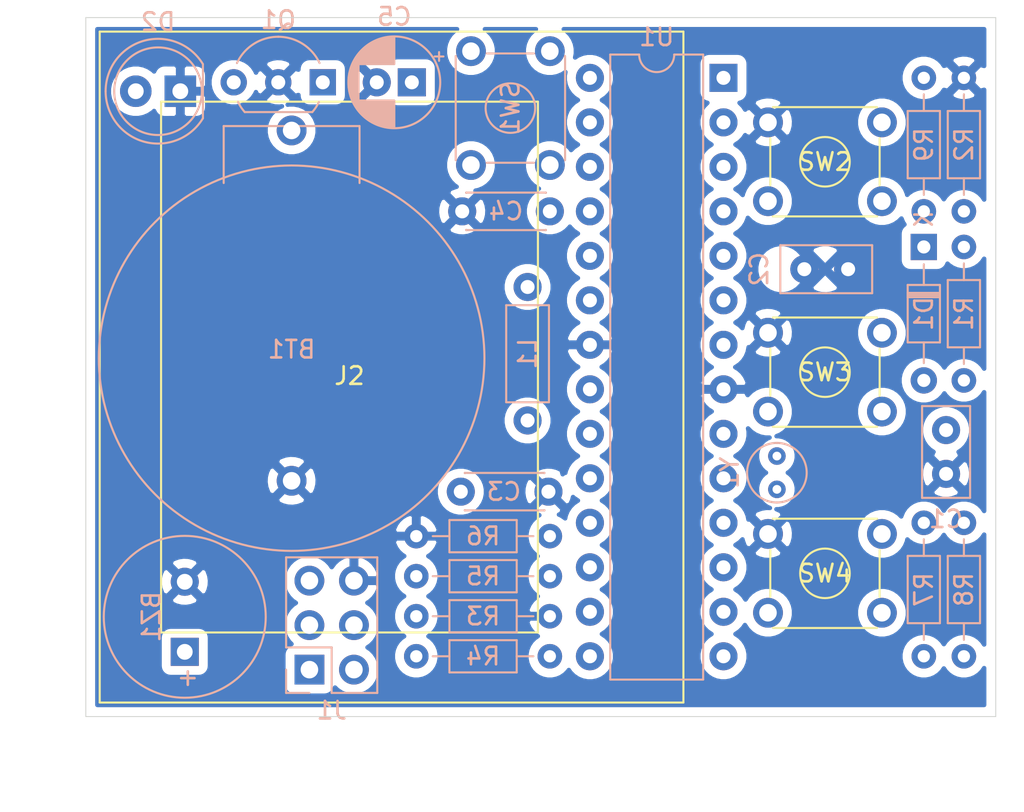
<source format=kicad_pcb>
(kicad_pcb (version 20211014) (generator pcbnew)
  (layers (0 "F.Cu" signal) (31 "B.Cu" signal) (34 "B.Paste" user) (35 "F.Paste" user) (36 "B.SilkS" user "B.Silkscreen") (37 "F.SilkS" user "F.Silkscreen") (38 "B.Mask" user) (39 "F.Mask" user) (44 "Edge.Cuts" user))
  (net 0 "")
  (net 1 "Net-(U1-Pad26)")
  (net 2 "Net-(U1-Pad21)")
  (net 3 "Net-(U1-Pad16)")
  (net 4 "Net-(U1-Pad14)")
  (net 5 "Net-(U1-Pad13)")
  (net 6 "Net-(U1-Pad2)")
  (net 7 "Net-(J1-Pad3)")
  (net 8 "Net-(J1-Pad2)")
  (net 9 "Net-(J1-Pad4)")
  (net 10 "Net-(D2-Pad2)")
  (net 11 "GND")
  (net 12 "RESET")
  (net 13 "MISO")
  (net 14 "VCC")
  (net 15 "Net-(C4-Pad1)")
  (net 16 "XTAL2")
  (net 17 "XTAL1")
  (net 18 "Net-(BZ1-Pad1)")
  (net 19 "SCK")
  (net 20 "MOSI")
  (net 21 "DISPLAY_RESET")
  (net 22 "DISPLAY_CLOCK")
  (net 23 "DISPLAY_MOSI")
  (net 24 "DISPLAY_DATA_COMMAND")
  (net 25 "SPEAKER")
  (net 26 "LINK_TRANSMITTER")
  (net 27 "LINK_RECEIVER_POWER")
  (net 28 "Net-(C5-Pad1)")
  (net 29 "A_BUTTON")
  (net 30 "B_BUTTON")
  (net 31 "C_BUTTON")
  (net 32 "FILTERED_VCC")
  (net 33 "LINK_RECEIVER_DATA")
  (net 34 "Net-(U1-Pad5)")
  (net 35 "Net-(U1-Pad4)")
  (net 36 "Net-(R2-Pad2)")
  (net 37 "Net-(U1-Pad23)")
  (footprint "Quantum_Monster:PCD8544" (layer "F.Cu") (at 105.664 95.25)
    (fp_text reference "J2" (at 0 0.5) (layer "F.SilkS"))
    (fp_text value "PCD8544")
    (fp_line (start -10.75 15.15) (end 10.75 15.15) (layer "F.SilkS") (width 0.12))
    (fp_line (start -14.25 19.15) (end 19.05 19.15) (layer "F.SilkS") (width 0.12))
    (fp_line (start -14.25 -19.15) (end -14.25 19.15) (layer "F.SilkS") (width 0.12))
    (fp_line (start -10.75 -15.15) (end 10.75 -15.15) (layer "F.SilkS") (width 0.12))
    (fp_line (start -10.75 -15.15) (end -10.75 15.15) (layer "F.SilkS") (width 0.12))
    (fp_line (start 19.05 -19.15) (end 19.05 19.15) (layer "F.SilkS") (width 0.12))
    (fp_line (start 19.05 -19.15) (end -14.25 -19.15) (layer "F.SilkS") (width 0.12))
    (fp_line (start 10.75 15.15) (end 10.75 -15.15) (layer "F.SilkS") (width 0.12))
    (pad "1" smd rect locked (at 17.525 -4 90) (size 0.635 2) (layers "F.Cu" "F.Mask") (net 21 "DISPLAY_RESET"))
    (pad "2" smd rect locked (at 17.525 -3 90) (size 0.635 2) (layers "F.Cu" "F.Mask") (net 15 "Net-(C4-Pad1)"))
    (pad "3" smd rect locked (at 17.525 -2 90) (size 0.635 2) (layers "F.Cu" "F.Mask") (net 11 "GND"))
    (pad "4" smd rect locked (at 17.525 -1 90) (size 0.635 2) (layers "F.Cu" "F.Mask") (net 14 "VCC"))
    (pad "5" smd rect locked (at 17.525 0 90) (size 0.635 2) (layers "F.Cu" "F.Mask") (net 11 "GND"))
    (pad "6" smd rect locked (at 17.525 1 90) (size 0.635 2) (layers "F.Cu" "F.Mask") (net 24 "DISPLAY_DATA_COMMAND"))
    (pad "7" smd rect locked (at 17.525 2 90) (size 0.635 2) (layers "F.Cu" "F.Mask") (net 23 "DISPLAY_MOSI"))
    (pad "8" smd rect locked (at 17.525 3 90) (size 0.635 2) (layers "F.Cu" "F.Mask") (net 22 "DISPLAY_CLOCK"))
    (pad "9" smd rect locked (at 17.525 4 90) (size 0.635 2) (layers "F.Cu" "F.Mask") (net 14 "VCC"))
  )
  (footprint "Button_Switch_THT:SW_TH_Tactile_Omron_B3F-10xx" (layer "F.Cu") (at 129.54 81.28)
    (fp_text reference "SW2" (at 3.25 2.25) (layer "F.SilkS"))
    (fp_text value "A")
    (fp_line (start 0.13 3.59) (end 0.13 0.91) (layer "F.SilkS") (width 0.12))
    (fp_line (start 0.28 5.37) (end 6.22 5.37) (layer "F.SilkS") (width 0.12))
    (fp_line (start 0.28 -0.87) (end 6.22 -0.87) (layer "F.SilkS") (width 0.12))
    (fp_line (start 6.37 0.91) (end 6.37 3.59) (layer "F.SilkS") (width 0.12))
    (fp_circle (center 3.25 2.25) (end 4.25 3.25) (layer "F.SilkS") (width 0.12) (fill none))
    (pad "1" thru_hole circle locked (at 0 0) (size 1.7 1.7) (drill 1) (layers *.Cu *.Mask) (net 11 "GND"))
    (pad "2" thru_hole circle locked (at 6.5 0) (size 1.7 1.7) (drill 1) (layers *.Cu *.Mask) (net 29 "A_BUTTON"))
    (pad "3" thru_hole circle locked (at 0 4.5) (size 1.7 1.7) (drill 1) (layers *.Cu *.Mask))
    (pad "4" thru_hole circle locked (at 6.5 4.5) (size 1.7 1.7) (drill 1) (layers *.Cu *.Mask))
  )
  (footprint "Button_Switch_THT:SW_TH_Tactile_Omron_B3F-10xx" (layer "F.Cu") (at 129.54 93.29)
    (fp_text reference "SW3" (at 3.25 2.25) (layer "F.SilkS"))
    (fp_text value "B")
    (fp_line (start 0.28 5.37) (end 6.22 5.37) (layer "F.SilkS") (width 0.12))
    (fp_line (start 0.28 -0.87) (end 6.22 -0.87) (layer "F.SilkS") (width 0.12))
    (fp_line (start 0.13 3.59) (end 0.13 0.91) (layer "F.SilkS") (width 0.12))
    (fp_line (start 6.37 0.91) (end 6.37 3.59) (layer "F.SilkS") (width 0.12))
    (fp_circle (center 3.25 2.25) (end 4.25 3.25) (layer "F.SilkS") (width 0.12) (fill none))
    (pad "1" thru_hole circle locked (at 0 0) (size 1.7 1.7) (drill 1) (layers *.Cu *.Mask) (net 11 "GND"))
    (pad "2" thru_hole circle locked (at 6.5 0) (size 1.7 1.7) (drill 1) (layers *.Cu *.Mask) (net 30 "B_BUTTON"))
    (pad "3" thru_hole circle locked (at 0 4.5) (size 1.7 1.7) (drill 1) (layers *.Cu *.Mask))
    (pad "4" thru_hole circle locked (at 6.5 4.5) (size 1.7 1.7) (drill 1) (layers *.Cu *.Mask))
  )
  (footprint "Button_Switch_THT:SW_TH_Tactile_Omron_B3F-10xx" (layer "F.Cu") (at 129.54 104.775)
    (fp_text reference "SW4" (at 3.25 2.25) (layer "F.SilkS"))
    (fp_text value "C")
    (fp_line (start 0.28 -0.87) (end 6.22 -0.87) (layer "F.SilkS") (width 0.12))
    (fp_line (start 0.13 3.59) (end 0.13 0.91) (layer "F.SilkS") (width 0.12))
    (fp_line (start 6.37 0.91) (end 6.37 3.59) (layer "F.SilkS") (width 0.12))
    (fp_line (start 0.28 5.37) (end 6.22 5.37) (layer "F.SilkS") (width 0.12))
    (fp_circle (center 3.25 2.25) (end 4.25 3.25) (layer "F.SilkS") (width 0.12) (fill none))
    (pad "1" thru_hole circle locked (at 0 0) (size 1.7 1.7) (drill 1) (layers *.Cu *.Mask) (net 11 "GND"))
    (pad "2" thru_hole circle locked (at 6.5 0) (size 1.7 1.7) (drill 1) (layers *.Cu *.Mask) (net 31 "C_BUTTON"))
    (pad "3" thru_hole circle locked (at 0 4.5) (size 1.7 1.7) (drill 1) (layers *.Cu *.Mask))
    (pad "4" thru_hole circle locked (at 6.5 4.5) (size 1.7 1.7) (drill 1) (layers *.Cu *.Mask))
  )
  (footprint "Quantum_Monster:CR2032" (layer "B.Cu") (at 102.362 94.742)
    (fp_text reference "BT1" (at 0 -0.5 180) (layer "B.SilkS") (effects (justify mirror)))
    (fp_text value "CR2032")
    (fp_line (start -3.875 -13.25) (end 3.875 -13.25) (layer "B.SilkS") (width 0.12))
    (fp_line (start 3.875 -13.25) (end 3.875 -10) (layer "B.SilkS") (width 0.12))
    (fp_line (start -3.875 -13.25) (end -3.875 -10) (layer "B.SilkS") (width 0.12))
    (fp_circle (center 0 0) (end 11 0) (layer "B.SilkS") (width 0.12) (fill none))
    (pad "1" thru_hole circle locked (at 0 -13) (size 1.7 1.7) (drill 1) (layers *.Cu *.Mask) (net 14 "VCC"))
    (pad "2" thru_hole circle locked (at 0 7) (size 1.7 1.7) (drill 1) (layers *.Cu *.Mask) (net 11 "GND"))
  )
  (footprint "Buzzer_Beeper:MagneticBuzzer_PUI_AT-0927-TT-6-R" (layer "B.Cu") (at 96.266 111.506 90)
    (fp_text reference "BZ1" (at 2 -1.905 270) (layer "B.SilkS") (effects (justify mirror)))
    (fp_text value "Buzzer")
    (fp_text user "+" (at -1.5 0.1 270) (layer "B.SilkS") (effects (justify mirror)))
    (fp_circle (center 2 0) (end 6.62 0) (layer "B.SilkS") (width 0.12) (fill none))
    (pad "1" thru_hole rect locked (at 0 0 90) (size 1.6 1.6) (drill 0.9) (layers *.Cu *.Mask) (net 18 "Net-(BZ1-Pad1)"))
    (pad "2" thru_hole circle locked (at 4 0 90) (size 1.6 1.6) (drill 0.9) (layers *.Cu *.Mask) (net 11 "GND"))
  )
  (footprint "Capacitor_THT:C_Disc_D4.3mm_W1.9mm_P5.00mm" (layer "B.Cu") (at 117.094 86.36 180)
    (fp_text reference "C4" (at 2.5 0) (layer "B.SilkS") (effects (justify mirror)))
    (fp_text value "10uF")
    (fp_line (start 4.77 1.07) (end 4.77 1.055) (layer "B.SilkS") (width 0.12))
    (fp_line (start 0.23 1.07) (end 0.23 1.055) (layer "B.SilkS") (width 0.12))
    (fp_line (start 0.23 -1.055) (end 0.23 -1.07) (layer "B.SilkS") (width 0.12))
    (fp_line (start 0.23 -1.07) (end 4.77 -1.07) (layer "B.SilkS") (width 0.12))
    (fp_line (start 4.77 -1.055) (end 4.77 -1.07) (layer "B.SilkS") (width 0.12))
    (fp_line (start 0.23 1.07) (end 4.77 1.07) (layer "B.SilkS") (width 0.12))
    (pad "1" thru_hole circle locked (at 0 0 180) (size 1.6 1.6) (drill 0.8) (layers *.Cu *.Mask) (net 15 "Net-(C4-Pad1)"))
    (pad "2" thru_hole circle locked (at 5 0 180) (size 1.6 1.6) (drill 0.8) (layers *.Cu *.Mask) (net 11 "GND"))
  )
  (footprint "Diode_THT:D_DO-34_SOD68_P7.62mm_Horizontal" (layer "B.Cu") (at 138.43 88.392 -90)
    (fp_text reference "D1" (at 3.81 0 90) (layer "B.SilkS") (effects (justify mirror)))
    (fp_text value "1N4148")
    (fp_text user "K" (at -1.5875 0 90) (layer "B.SilkS") (effects (justify mirror)))
    (fp_line (start 5.45 -0.92) (end 5.45 0.92) (layer "B.SilkS") (width 0.12))
    (fp_line (start 2.17 -0.92) (end 5.45 -0.92) (layer "B.SilkS") (width 0.12))
    (fp_line (start 0.99 0) (end 2.17 0) (layer "B.SilkS") (width 0.12))
    (fp_line (start 6.63 0) (end 5.45 0) (layer "B.SilkS") (width 0.12))
    (fp_line (start 2.626 0.92) (end 2.626 -0.92) (layer "B.SilkS") (width 0.12))
    (fp_line (start 5.45 0.92) (end 2.17 0.92) (layer "B.SilkS") (width 0.12))
    (fp_line (start 2.17 0.92) (end 2.17 -0.92) (layer "B.SilkS") (width 0.12))
    (fp_line (start 2.866 0.92) (end 2.866 -0.92) (layer "B.SilkS") (width 0.12))
    (fp_line (start 2.746 0.92) (end 2.746 -0.92) (layer "B.SilkS") (width 0.12))
    (pad "1" thru_hole rect locked (at 0 0 270) (size 1.5 1.5) (drill 0.75) (layers *.Cu *.Mask) (net 14 "VCC"))
    (pad "2" thru_hole oval locked (at 7.62 0 270) (size 1.5 1.5) (drill 0.75) (layers *.Cu *.Mask) (net 12 "RESET"))
  )
  (footprint "LED_THT:LED_D5.0mm_IRBlack" (layer "B.Cu") (at 96.012 79.502 180)
    (fp_text reference "D2" (at 1.27 3.96) (layer "B.SilkS") (effects (justify mirror)))
    (fp_text value "LED")
    (fp_line (start -1.29 1.545) (end -1.29 -1.545) (layer "B.SilkS") (width 0.12))
    (fp_arc (start -1.29 -1.54483) (mid 2.072002 -2.880433) (end 4.26 0.000462) (layer "B.SilkS") (width 0.12))
    (fp_arc (start 4.26 -0.000462) (mid 2.072002 2.880433) (end -1.29 1.54483) (layer "B.SilkS") (width 0.12))
    (fp_circle (center 1.27 0) (end 3.77 0) (layer "B.SilkS") (width 0.12) (fill none))
    (pad "1" thru_hole rect locked (at 0 0 180) (size 1.8 1.8) (drill 0.9) (layers *.Cu *.Mask) (net 11 "GND"))
    (pad "2" thru_hole circle locked (at 2.54 0 180) (size 1.8 1.8) (drill 0.9) (layers *.Cu *.Mask) (net 10 "Net-(D2-Pad2)"))
  )
  (footprint "Connector_PinHeader_2.54mm:PinHeader_2x03_P2.54mm_Vertical" (layer "B.Cu") (at 103.378 112.522)
    (fp_text reference "J1" (at 1.27 2.33) (layer "B.SilkS") (effects (justify mirror)))
    (fp_text value "ICSP")
    (fp_line (start -1.33 -1.27) (end 1.27 -1.27) (layer "B.SilkS") (width 0.12))
    (fp_line (start -1.33 1.33) (end 0 1.33) (layer "B.SilkS") (width 0.12))
    (fp_line (start 1.27 -1.27) (end 1.27 1.33) (layer "B.SilkS") (width 0.12))
    (fp_line (start -1.33 -6.41) (end 3.87 -6.41) (layer "B.SilkS") (width 0.12))
    (fp_line (start 3.87 1.33) (end 3.87 -6.41) (layer "B.SilkS") (width 0.12))
    (fp_line (start -1.33 0) (end -1.33 1.33) (layer "B.SilkS") (width 0.12))
    (fp_line (start 1.27 1.33) (end 3.87 1.33) (layer "B.SilkS") (width 0.12))
    (fp_line (start -1.33 -1.27) (end -1.33 -6.41) (layer "B.SilkS") (width 0.12))
    (pad "1" thru_hole rect locked (at 0 0) (size 1.7 1.7) (drill 1) (layers *.Cu *.Mask) (net 13 "MISO"))
    (pad "2" thru_hole oval locked (at 2.54 0) (size 1.7 1.7) (drill 1) (layers *.Cu *.Mask) (net 8 "Net-(J1-Pad2)"))
    (pad "3" thru_hole oval locked (at 0 -2.54) (size 1.7 1.7) (drill 1) (layers *.Cu *.Mask) (net 7 "Net-(J1-Pad3)"))
    (pad "4" thru_hole oval locked (at 2.54 -2.54) (size 1.7 1.7) (drill 1) (layers *.Cu *.Mask) (net 9 "Net-(J1-Pad4)"))
    (pad "5" thru_hole oval locked (at 0 -5.08) (size 1.7 1.7) (drill 1) (layers *.Cu *.Mask) (net 12 "RESET"))
    (pad "6" thru_hole oval locked (at 2.54 -5.08) (size 1.7 1.7) (drill 1) (layers *.Cu *.Mask) (net 11 "GND"))
  )
  (footprint "Resistor_THT:R_Axial_DIN0204_L3.6mm_D1.6mm_P7.62mm_Horizontal" (layer "B.Cu") (at 140.716 88.392 -90)
    (fp_text reference "R1" (at 3.81 0 90) (layer "B.SilkS") (effects (justify mirror)))
    (fp_text value "4.7K")
    (fp_line (start 0.94 0) (end 1.89 0) (layer "B.SilkS") (width 0.12))
    (fp_line (start 5.73 0.92) (end 1.89 0.92) (layer "B.SilkS") (width 0.12))
    (fp_line (start 1.89 0.92) (end 1.89 -0.92) (layer "B.SilkS") (width 0.12))
    (fp_line (start 5.73 -0.92) (end 5.73 0.92) (layer "B.SilkS") (width 0.12))
    (fp_line (start 1.89 -0.92) (end 5.73 -0.92) (layer "B.SilkS") (width 0.12))
    (fp_line (start 6.68 0) (end 5.73 0) (layer "B.SilkS") (width 0.12))
    (pad "1" thru_hole circle locked (at 0 0 270) (size 1.4 1.4) (drill 0.7) (layers *.Cu *.Mask) (net 12 "RESET"))
    (pad "2" thru_hole oval locked (at 7.62 0 270) (size 1.4 1.4) (drill 0.7) (layers *.Cu *.Mask) (net 14 "VCC"))
  )
  (footprint "Resistor_THT:R_Axial_DIN0204_L3.6mm_D1.6mm_P7.62mm_Horizontal" (layer "B.Cu") (at 140.716 78.74 -90)
    (fp_text reference "R2" (at 3.81 0 90) (layer "B.SilkS") (effects (justify mirror)))
    (fp_text value "330R")
    (fp_line (start 5.73 0.92) (end 1.89 0.92) (layer "B.SilkS") (width 0.12))
    (fp_line (start 5.73 -0.92) (end 5.73 0.92) (layer "B.SilkS") (width 0.12))
    (fp_line (start 0.94 0) (end 1.89 0) (layer "B.SilkS") (width 0.12))
    (fp_line (start 1.89 -0.92) (end 5.73 -0.92) (layer "B.SilkS") (width 0.12))
    (fp_line (start 1.89 0.92) (end 1.89 -0.92) (layer "B.SilkS") (width 0.12))
    (fp_line (start 6.68 0) (end 5.73 0) (layer "B.SilkS") (width 0.12))
    (pad "1" thru_hole circle locked (at 0 0 270) (size 1.4 1.4) (drill 0.7) (layers *.Cu *.Mask) (net 11 "GND"))
    (pad "2" thru_hole oval locked (at 7.62 0 270) (size 1.4 1.4) (drill 0.7) (layers *.Cu *.Mask) (net 36 "Net-(R2-Pad2)"))
  )
  (footprint "Resistor_THT:R_Axial_DIN0204_L3.6mm_D1.6mm_P7.62mm_Horizontal" (layer "B.Cu") (at 109.474 109.474)
    (fp_text reference "R3" (at 3.81 0) (layer "B.SilkS") (effects (justify mirror)))
    (fp_text value "20K")
    (fp_line (start 1.89 -0.92) (end 5.73 -0.92) (layer "B.SilkS") (width 0.12))
    (fp_line (start 1.89 0.92) (end 1.89 -0.92) (layer "B.SilkS") (width 0.12))
    (fp_line (start 5.73 0.92) (end 1.89 0.92) (layer "B.SilkS") (width 0.12))
    (fp_line (start 6.68 0) (end 5.73 0) (layer "B.SilkS") (width 0.12))
    (fp_line (start 5.73 -0.92) (end 5.73 0.92) (layer "B.SilkS") (width 0.12))
    (fp_line (start 0.94 0) (end 1.89 0) (layer "B.SilkS") (width 0.12))
    (pad "1" thru_hole circle locked (at 0 0) (size 1.4 1.4) (drill 0.7) (layers *.Cu *.Mask) (net 19 "SCK"))
    (pad "2" thru_hole oval locked (at 7.62 0) (size 1.4 1.4) (drill 0.7) (layers *.Cu *.Mask) (net 11 "GND"))
  )
  (footprint "Resistor_THT:R_Axial_DIN0204_L3.6mm_D1.6mm_P7.62mm_Horizontal" (layer "B.Cu") (at 109.474 111.76)
    (fp_text reference "R4" (at 3.81 0) (layer "B.SilkS") (effects (justify mirror)))
    (fp_text value "10K")
    (fp_line (start 5.73 0.92) (end 1.89 0.92) (layer "B.SilkS") (width 0.12))
    (fp_line (start 6.68 0) (end 5.73 0) (layer "B.SilkS") (width 0.12))
    (fp_line (start 5.73 -0.92) (end 5.73 0.92) (layer "B.SilkS") (width 0.12))
    (fp_line (start 1.89 -0.92) (end 5.73 -0.92) (layer "B.SilkS") (width 0.12))
    (fp_line (start 1.89 0.92) (end 1.89 -0.92) (layer "B.SilkS") (width 0.12))
    (fp_line (start 0.94 0) (end 1.89 0) (layer "B.SilkS") (width 0.12))
    (pad "1" thru_hole circle locked (at 0 0) (size 1.4 1.4) (drill 0.7) (layers *.Cu *.Mask) (net 7 "Net-(J1-Pad3)"))
    (pad "2" thru_hole oval locked (at 7.62 0) (size 1.4 1.4) (drill 0.7) (layers *.Cu *.Mask) (net 19 "SCK"))
  )
  (footprint "Resistor_THT:R_Axial_DIN0204_L3.6mm_D1.6mm_P7.62mm_Horizontal" (layer "B.Cu") (at 117.094 107.188 180)
    (fp_text reference "R5" (at 3.81 0) (layer "B.SilkS") (effects (justify mirror)))
    (fp_text value "10K")
    (fp_line (start 1.89 -0.92) (end 5.73 -0.92) (layer "B.SilkS") (width 0.12))
    (fp_line (start 5.73 -0.92) (end 5.73 0.92) (layer "B.SilkS") (width 0.12))
    (fp_line (start 0.94 0) (end 1.89 0) (layer "B.SilkS") (width 0.12))
    (fp_line (start 6.68 0) (end 5.73 0) (layer "B.SilkS") (width 0.12))
    (fp_line (start 5.73 0.92) (end 1.89 0.92) (layer "B.SilkS") (width 0.12))
    (fp_line (start 1.89 0.92) (end 1.89 -0.92) (layer "B.SilkS") (width 0.12))
    (pad "1" thru_hole circle locked (at 0 0 180) (size 1.4 1.4) (drill 0.7) (layers *.Cu *.Mask) (net 20 "MOSI"))
    (pad "2" thru_hole oval locked (at 7.62 0 180) (size 1.4 1.4) (drill 0.7) (layers *.Cu *.Mask) (net 9 "Net-(J1-Pad4)"))
  )
  (footprint "Resistor_THT:R_Axial_DIN0204_L3.6mm_D1.6mm_P7.62mm_Horizontal" (layer "B.Cu") (at 117.094 104.902 180)
    (fp_text reference "R6" (at 3.81 0) (layer "B.SilkS") (effects (justify mirror)))
    (fp_text value "20K")
    (fp_line (start 5.73 -0.92) (end 5.73 0.92) (layer "B.SilkS") (width 0.12))
    (fp_line (start 0.94 0) (end 1.89 0) (layer "B.SilkS") (width 0.12))
    (fp_line (start 1.89 -0.92) (end 5.73 -0.92) (layer "B.SilkS") (width 0.12))
    (fp_line (start 1.89 0.92) (end 1.89 -0.92) (layer "B.SilkS") (width 0.12))
    (fp_line (start 5.73 0.92) (end 1.89 0.92) (layer "B.SilkS") (width 0.12))
    (fp_line (start 6.68 0) (end 5.73 0) (layer "B.SilkS") (width 0.12))
    (pad "1" thru_hole circle locked (at 0 0 180) (size 1.4 1.4) (drill 0.7) (layers *.Cu *.Mask) (net 20 "MOSI"))
    (pad "2" thru_hole oval locked (at 7.62 0 180) (size 1.4 1.4) (drill 0.7) (layers *.Cu *.Mask) (net 11 "GND"))
  )
  (footprint "Resistor_THT:R_Axial_DIN0204_L3.6mm_D1.6mm_P7.62mm_Horizontal" (layer "B.Cu") (at 138.43 104.14 -90)
    (fp_text reference "R7" (at 3.81 0 90) (layer "B.SilkS") (effects (justify mirror)))
    (fp_text value "195R")
    (fp_line (start 1.89 0.92) (end 1.89 -0.92) (layer "B.SilkS") (width 0.12))
    (fp_line (start 6.68 0) (end 5.73 0) (layer "B.SilkS") (width 0.12))
    (fp_line (start 5.73 -0.92) (end 5.73 0.92) (layer "B.SilkS") (width 0.12))
    (fp_line (start 1.89 -0.92) (end 5.73 -0.92) (layer "B.SilkS") (width 0.12))
    (fp_line (start 0.94 0) (end 1.89 0) (layer "B.SilkS") (width 0.12))
    (fp_line (start 5.73 0.92) (end 1.89 0.92) (layer "B.SilkS") (width 0.12))
    (pad "1" thru_hole circle locked (at 0 0 270) (size 1.4 1.4) (drill 0.7) (layers *.Cu *.Mask) (net 18 "Net-(BZ1-Pad1)"))
    (pad "2" thru_hole oval locked (at 7.62 0 270) (size 1.4 1.4) (drill 0.7) (layers *.Cu *.Mask) (net 25 "SPEAKER"))
  )
  (footprint "Resistor_THT:R_Axial_DIN0204_L3.6mm_D1.6mm_P7.62mm_Horizontal" (layer "B.Cu") (at 140.716 104.14 -90)
    (fp_text reference "R8" (at 3.81 0 90) (layer "B.SilkS") (effects (justify mirror)))
    (fp_text value "270R")
    (fp_line (start 5.73 -0.92) (end 5.73 0.92) (layer "B.SilkS") (width 0.12))
    (fp_line (start 1.89 0.92) (end 1.89 -0.92) (layer "B.SilkS") (width 0.12))
    (fp_line (start 1.89 -0.92) (end 5.73 -0.92) (layer "B.SilkS") (width 0.12))
    (fp_line (start 6.68 0) (end 5.73 0) (layer "B.SilkS") (width 0.12))
    (fp_line (start 0.94 0) (end 1.89 0) (layer "B.SilkS") (width 0.12))
    (fp_line (start 5.73 0.92) (end 1.89 0.92) (layer "B.SilkS") (width 0.12))
    (pad "1" thru_hole circle locked (at 0 0 270) (size 1.4 1.4) (drill 0.7) (layers *.Cu *.Mask) (net 10 "Net-(D2-Pad2)"))
    (pad "2" thru_hole oval locked (at 7.62 0 270) (size 1.4 1.4) (drill 0.7) (layers *.Cu *.Mask) (net 26 "LINK_TRANSMITTER"))
  )
  (footprint "Resistor_THT:R_Axial_DIN0204_L3.6mm_D1.6mm_P7.62mm_Horizontal" (layer "B.Cu") (at 138.43 78.74 -90)
    (fp_text reference "R9" (at 3.81 0 90) (layer "B.SilkS") (effects (justify mirror)))
    (fp_text value "100R")
    (fp_line (start 1.89 -0.92) (end 5.73 -0.92) (layer "B.SilkS") (width 0.12))
    (fp_line (start 6.68 0) (end 5.73 0) (layer "B.SilkS") (width 0.12))
    (fp_line (start 5.73 -0.92) (end 5.73 0.92) (layer "B.SilkS") (width 0.12))
    (fp_line (start 1.89 0.92) (end 1.89 -0.92) (layer "B.SilkS") (width 0.12))
    (fp_line (start 5.73 0.92) (end 1.89 0.92) (layer "B.SilkS") (width 0.12))
    (fp_line (start 0.94 0) (end 1.89 0) (layer "B.SilkS") (width 0.12))
    (pad "1" thru_hole circle locked (at 0 0 270) (size 1.4 1.4) (drill 0.7) (layers *.Cu *.Mask) (net 28 "Net-(C5-Pad1)"))
    (pad "2" thru_hole oval locked (at 7.62 0 270) (size 1.4 1.4) (drill 0.7) (layers *.Cu *.Mask) (net 27 "LINK_RECEIVER_POWER"))
  )
  (footprint "Button_Switch_THT:SW_TH_Tactile_Omron_B3F-10xx" (layer "B.Cu") (at 112.594 77.216 -90)
    (fp_text reference "SW1" (at 3.25 -2.25 90) (layer "B.SilkS") (effects (justify mirror)))
    (fp_text value "RESET")
    (fp_line (start 0.28 0.87) (end 6.22 0.87) (layer "B.SilkS") (width 0.12))
    (fp_line (start 0.28 -5.37) (end 6.22 -5.37) (layer "B.SilkS") (width 0.12))
    (fp_line (start 6.37 -0.91) (end 6.37 -3.59) (layer "B.SilkS") (width 0.12))
    (fp_line (start 0.13 -3.59) (end 0.13 -0.91) (layer "B.SilkS") (width 0.12))
    (fp_circle (center 3.25 -2.25) (end 4.25 -3.25) (layer "B.SilkS") (width 0.12) (fill none))
    (pad "1" thru_hole circle locked (at 0 0 270) (size 1.7 1.7) (drill 1) (layers *.Cu *.Mask) (net 36 "Net-(R2-Pad2)"))
    (pad "2" thru_hole circle locked (at 6.5 0 270) (size 1.7 1.7) (drill 1) (layers *.Cu *.Mask) (net 12 "RESET"))
    (pad "3" thru_hole circle locked (at 0 -4.5 270) (size 1.7 1.7) (drill 1) (layers *.Cu *.Mask))
    (pad "4" thru_hole circle locked (at 6.5 -4.5 270) (size 1.7 1.7) (drill 1) (layers *.Cu *.Mask))
  )
  (footprint "Package_DIP:DIP-28_W7.62mm" (layer "B.Cu") (at 127 78.74 180)
    (fp_text reference "U1" (at 3.81 2.33 180) (layer "B.SilkS") (effects (justify mirror)))
    (fp_text value "ATmega328P-PU")
    (fp_line (start 1.16 1.33) (end 1.16 -34.35) (layer "B.SilkS") (width 0.12))
    (fp_line (start 2.81 1.33) (end 1.16 1.33) (layer "B.SilkS") (width 0.12))
    (fp_line (start 6.46 -34.35) (end 6.46 1.33) (layer "B.SilkS") (width 0.12))
    (fp_line (start 6.46 1.33) (end 4.81 1.33) (layer "B.SilkS") (width 0.12))
    (fp_line (start 1.16 -34.35) (end 6.46 -34.35) (layer "B.SilkS") (width 0.12))
    (fp_arc (start 2.81 1.33) (mid 3.81 0.33) (end 4.81 1.33) (layer "B.SilkS") (width 0.12))
    (pad "1" thru_hole rect locked (at 0 0 180) (size 1.6 1.6) (drill 0.8) (layers *.Cu *.Mask) (net 12 "RESET"))
    (pad "2" thru_hole oval locked (at 0 -2.54 180) (size 1.6 1.6) (drill 0.8) (layers *.Cu *.Mask) (net 6 "Net-(U1-Pad2)"))
    (pad "3" thru_hole oval locked (at 0 -5.08 180) (size 1.6 1.6) (drill 0.8) (layers *.Cu *.Mask) (net 23 "DISPLAY_MOSI"))
    (pad "4" thru_hole oval locked (at 0 -7.62 180) (size 1.6 1.6) (drill 0.8) (layers *.Cu *.Mask) (net 35 "Net-(U1-Pad4)"))
    (pad "5" thru_hole oval locked (at 0 -10.16 180) (size 1.6 1.6) (drill 0.8) (layers *.Cu *.Mask) (net 34 "Net-(U1-Pad5)"))
    (pad "6" thru_hole oval locked (at 0 -12.7 180) (size 1.6 1.6) (drill 0.8) (layers *.Cu *.Mask) (net 22 "DISPLAY_CLOCK"))
    (pad "7" thru_hole oval locked (at 0 -15.24 180) (size 1.6 1.6) (drill 0.8) (layers *.Cu *.Mask) (net 32 "FILTERED_VCC"))
    (pad "8" thru_hole oval locked (at 0 -17.78 180) (size 1.6 1.6) (drill 0.8) (layers *.Cu *.Mask) (net 11 "GND"))
    (pad "9" thru_hole oval locked (at 0 -20.32 180) (size 1.6 1.6) (drill 0.8) (layers *.Cu *.Mask) (net 17 "XTAL1"))
    (pad "10" thru_hole oval locked (at 0 -22.86 180) (size 1.6 1.6) (drill 0.8) (layers *.Cu *.Mask) (net 16 "XTAL2"))
    (pad "11" thru_hole oval locked (at 0 -25.4 180) (size 1.6 1.6) (drill 0.8) (layers *.Cu *.Mask) (net 24 "DISPLAY_DATA_COMMAND"))
    (pad "12" thru_hole oval locked (at 0 -27.94 180) (size 1.6 1.6) (drill 0.8) (layers *.Cu *.Mask) (net 25 "SPEAKER"))
    (pad "13" thru_hole oval locked (at 0 -30.48 180) (size 1.6 1.6) (drill 0.8) (layers *.Cu *.Mask) (net 5 "Net-(U1-Pad13)"))
    (pad "14" thru_hole oval locked (at 0 -33.02 180) (size 1.6 1.6) (drill 0.8) (layers *.Cu *.Mask) (net 4 "Net-(U1-Pad14)"))
    (pad "15" thru_hole oval locked (at 7.62 -33.02 180) (size 1.6 1.6) (drill 0.8) (layers *.Cu *.Mask) (net 26 "LINK_TRANSMITTER"))
    (pad "16" thru_hole oval locked (at 7.62 -30.48 180) (size 1.6 1.6) (drill 0.8) (layers *.Cu *.Mask) (net 3 "Net-(U1-Pad16)"))
    (pad "17" thru_hole oval locked (at 7.62 -27.94 180) (size 1.6 1.6) (drill 0.8) (layers *.Cu *.Mask) (net 20 "MOSI"))
    (pad "18" thru_hole oval locked (at 7.62 -25.4 180) (size 1.6 1.6) (drill 0.8) (layers *.Cu *.Mask) (net 13 "MISO"))
    (pad "19" thru_hole oval locked (at 7.62 -22.86 180) (size 1.6 1.6) (drill 0.8) (layers *.Cu *.Mask) (net 19 "SCK"))
    (pad "20" thru_hole oval locked (at 7.62 -20.32 180) (size 1.6 1.6) (drill 0.8) (layers *.Cu *.Mask) (net 32 "FILTERED_VCC"))
    (pad "21" thru_hole oval locked (at 7.62 -17.78 180) (size 1.6 1.6) (drill 0.8) (layers *.Cu *.Mask) (net 2 "Net-(U1-Pad21)"))
    (pad "22" thru_hole oval locked (at 7.62 -15.24 180) (size 1.6 1.6) (drill 0.8) (layers *.Cu *.Mask) (net 11 "GND"))
    (pad "23" thru_hole oval locked (at 7.62 -12.7 180) (size 1.6 1.6) (drill 0.8) (layers *.Cu *.Mask) (net 37 "Net-(U1-Pad23)"))
    (pad "24" thru_hole oval locked (at 7.62 -10.16 180) (size 1.6 1.6) (drill 0.8) (layers *.Cu *.Mask) (net 21 "DISPLAY_RESET"))
    (pad "25" thru_hole oval locked (at 7.62 -7.62 180) (size 1.6 1.6) (drill 0.8) (layers *.Cu *.Mask) (net 31 "C_BUTTON"))
    (pad "26" thru_hole oval locked (at 7.62 -5.08 180) (size 1.6 1.6) (drill 0.8) (layers *.Cu *.Mask) (net 1 "Net-(U1-Pad26)"))
    (pad "27" thru_hole oval locked (at 7.62 -2.54 180) (size 1.6 1.6) (drill 0.8) (layers *.Cu *.Mask) (net 33 "LINK_RECEIVER_DATA"))
    (pad "28" thru_hole oval locked (at 7.62 0 180) (size 1.6 1.6) (drill 0.8) (layers *.Cu *.Mask) (net 27 "LINK_RECEIVER_POWER"))
  )
  (footprint "Crystal:Crystal_C38-LF_D3.0mm_L8.0mm_Vertical" (layer "B.Cu") (at 130.048 100.33 -90)
    (fp_text reference "Y1" (at 0.95 2.7 90) (layer "B.SilkS") (effects (justify mirror)))
    (fp_text value "32.768kHz")
    (fp_arc (start 2.65 0) (mid 0.95 1.7) (end -0.75 0) (layer "B.SilkS") (width 0.12))
    (fp_arc (start -0.75 0) (mid 0.95 -1.7) (end 2.65 0) (layer "B.SilkS") (width 0.12))
    (pad "1" thru_hole circle locked (at 0 0 270) (size 1 1) (drill 0.5) (layers *.Cu *.Mask) (net 17 "XTAL1"))
    (pad "2" thru_hole circle locked (at 1.9 0 270) (size 1 1) (drill 0.5) (layers *.Cu *.Mask) (net 16 "XTAL2"))
  )
  (footprint "Capacitor_THT:C_Disc_D5.0mm_W2.5mm_P2.50mm" (layer "B.Cu") (at 139.7 98.846 -90)
    (fp_text reference "C1" (at 5.08 0 180) (layer "B.SilkS") (effects (justify mirror)))
    (fp_text value "100nF")
    (fp_line (start -1.37 1.37) (end -1.37 -1.37) (layer "B.SilkS") (width 0.12))
    (fp_line (start -1.37 -1.37) (end 3.87 -1.37) (layer "B.SilkS") (width 0.12))
    (fp_line (start 3.87 1.37) (end 3.87 -1.37) (layer "B.SilkS") (width 0.12))
    (fp_line (start -1.37 1.37) (end 3.87 1.37) (layer "B.SilkS") (width 0.12))
    (pad "1" thru_hole circle locked (at 0 0 270) (size 1.6 1.6) (drill 0.8) (layers *.Cu *.Mask) (net 12 "RESET"))
    (pad "2" thru_hole circle locked (at 2.5 0 270) (size 1.6 1.6) (drill 0.8) (layers *.Cu *.Mask) (net 11 "GND"))
  )
  (footprint "Capacitor_THT:C_Disc_D5.0mm_W2.5mm_P2.50mm" (layer "B.Cu") (at 131.612 89.662)
    (fp_text reference "C2" (at -2.58 0 270) (layer "B.SilkS") (effects (justify mirror)))
    (fp_text value "100nF")
    (fp_line (start -1.37 -1.37) (end 3.87 -1.37) (layer "B.SilkS") (width 0.12))
    (fp_line (start -1.37 1.37) (end -1.37 -1.37) (layer "B.SilkS") (width 0.12))
    (fp_line (start 3.87 1.37) (end 3.87 -1.37) (layer "B.SilkS") (width 0.12))
    (fp_line (start -1.37 1.37) (end 3.87 1.37) (layer "B.SilkS") (width 0.12))
    (pad "1" thru_hole circle locked (at 0 0) (size 1.6 1.6) (drill 0.8) (layers *.Cu *.Mask) (net 32 "FILTERED_VCC"))
    (pad "2" thru_hole circle locked (at 2.5 0) (size 1.6 1.6) (drill 0.8) (layers *.Cu *.Mask) (net 11 "GND"))
  )
  (footprint "Capacitor_THT:C_Disc_D4.3mm_W1.9mm_P5.00mm" (layer "B.Cu") (at 112.014 102.362)
    (fp_text reference "C3" (at 2.46 0) (layer "B.SilkS") (effects (justify mirror)))
    (fp_text value "10uF")
    (fp_line (start 4.77 1.07) (end 4.77 1.055) (layer "B.SilkS") (width 0.12))
    (fp_line (start 4.77 -1.055) (end 4.77 -1.07) (layer "B.SilkS") (width 0.12))
    (fp_line (start 0.23 1.07) (end 4.77 1.07) (layer "B.SilkS") (width 0.12))
    (fp_line (start 0.23 -1.07) (end 4.77 -1.07) (layer "B.SilkS") (width 0.12))
    (fp_line (start 0.23 1.07) (end 0.23 1.055) (layer "B.SilkS") (width 0.12))
    (fp_line (start 0.23 -1.055) (end 0.23 -1.07) (layer "B.SilkS") (width 0.12))
    (pad "1" thru_hole circle locked (at 0 0) (size 1.6 1.6) (drill 0.8) (layers *.Cu *.Mask) (net 14 "VCC"))
    (pad "2" thru_hole circle locked (at 5 0) (size 1.6 1.6) (drill 0.8) (layers *.Cu *.Mask) (net 11 "GND"))
  )
  (footprint "Package_TO_SOT_THT:TO-92L_Inline_Wide" (layer "B.Cu") (at 104.14 78.994 180)
    (fp_text reference "Q1" (at 2.54 3.56) (layer "B.SilkS") (effects (justify mirror)))
    (fp_text value "VS1838B")
    (fp_line (start 0.6 -1.7) (end 4.45 -1.7) (layer "B.SilkS") (width 0.12))
    (fp_arc (start 4.8964 1.098807) (mid 3.936979 2.192817) (end 2.54 2.6) (layer "B.SilkS") (width 0.12))
    (fp_arc (start 2.54 2.6) (mid 1.143021 2.192818) (end 0.1836 1.098807) (layer "B.SilkS") (width 0.12))
    (fp_arc (start 4.45 -1.7) (mid 4.666594 -1.419753) (end 4.842383 -1.112264) (layer "B.SilkS") (width 0.12))
    (fp_arc (start 0.217369 -1.122045) (mid 0.389183 -1.423933) (end 0.6 -1.7) (layer "B.SilkS") (width 0.12))
    (pad "1" thru_hole rect locked (at 0 0 180) (size 1.5 1.5) (drill 0.8) (layers *.Cu *.Mask) (net 28 "Net-(C5-Pad1)"))
    (pad "2" thru_hole circle locked (at 2.54 0 180) (size 1.5 1.5) (drill 0.8) (layers *.Cu *.Mask) (net 11 "GND"))
    (pad "3" thru_hole circle locked (at 5.08 0 180) (size 1.5 1.5) (drill 0.8) (layers *.Cu *.Mask) (net 33 "LINK_RECEIVER_DATA"))
  )
  (footprint "Capacitor_THT:CP_Radial_D5.0mm_P2.00mm" (layer "B.Cu") (at 109.22 78.994 180)
    (fp_text reference "C5" (at 1 3.75) (layer "B.SilkS") (effects (justify mirror)))
    (fp_text value "47uF")
    (fp_line (start 2.761 -1.04) (end 2.761 -1.901) (layer "B.SilkS") (width 0.12))
    (fp_line (start 2.081 -1.04) (end 2.081 -2.348) (layer "B.SilkS") (width 0.12))
    (fp_line (start 2.521 -1.04) (end 2.521 -2.095) (layer "B.SilkS") (width 0.12))
    (fp_line (start 3.041 1.605) (end 3.041 -1.605) (layer "B.SilkS") (width 0.12))
    (fp_line (start 1.921 -1.04) (end 1.921 -2.414) (layer "B.SilkS") (width 0.12))
    (fp_line (start 2.041 2.365) (end 2.041 1.04) (layer "B.SilkS") (width 0.12))
    (fp_line (start 2.481 -1.04) (end 2.481 -2.122) (layer "B.SilkS") (width 0.12))
    (fp_line (start 2.961 -1.04) (end 2.961 -1.699) (layer "B.SilkS") (width 0.12))
    (fp_line (start 1.28 2.565) (end 1.28 1.04) (layer "B.SilkS") (width 0.12))
    (fp_line (start 2.321 -1.04) (end 2.321 -2.224) (layer "B.SilkS") (width 0.12))
    (fp_line (start 2.681 -1.04) (end 2.681 -1.971) (layer "B.SilkS") (width 0.12))
    (fp_line (start 2.401 2.175) (end 2.401 1.04) (layer "B.SilkS") (width 0.12))
    (fp_line (start 1.761 2.468) (end 1.761 1.04) (layer "B.SilkS") (width 0.12))
    (fp_line (start 1.961 -1.04) (end 1.961 -2.398) (layer "B.SilkS") (width 0.12))
    (fp_line (start 1.841 -1.04) (end 1.841 -2.442) (layer "B.SilkS") (width 0.12))
    (fp_line (start 2.521 2.095) (end 2.521 1.04) (layer "B.SilkS") (width 0.12))
    (fp_line (start 3.001 1.653) (end 3.001 1.04) (layer "B.SilkS") (width 0.12))
    (fp_line (start 1.64 2.501) (end 1.64 1.04) (layer "B.SilkS") (width 0.12))
    (fp_line (start 2.361 -1.04) (end 2.361 -2.2) (layer "B.SilkS") (width 0.12))
    (fp_line (start 3.401 1.011) (end 3.401 -1.011) (layer "B.SilkS") (width 0.12))
    (fp_line (start 2.641 -1.04) (end 2.641 -2.004) (layer "B.SilkS") (width 0.12))
    (fp_line (start 1.801 2.455) (end 1.801 1.04) (layer "B.SilkS") (width 0.12))
    (fp_line (start 3.561 0.518) (end 3.561 -0.518) (layer "B.SilkS") (width 0.12))
    (fp_line (start 2.921 -1.04) (end 2.921 -1.743) (layer "B.SilkS") (width 0.12))
    (fp_line (start 2.921 1.743) (end 2.921 1.04) (layer "B.SilkS") (width 0.12))
    (fp_line (start 1 2.58) (end 1 1.04) (layer "B.SilkS") (width 0.12))
    (fp_line (start 1.841 2.442) (end 1.841 1.04) (layer "B.SilkS") (width 0.12))
    (fp_line (start 1.44 2.543) (end 1.44 1.04) (layer "B.SilkS") (width 0.12))
    (fp_line (start 2.801 -1.04) (end 2.801 -1.864) (layer "B.SilkS") (width 0.12))
    (fp_line (start -1.554775 1.725) (end -1.554775 1.225) (layer "B.SilkS") (width 0.12))
    (fp_line (start 1.08 -1.04) (end 1.08 -2.579) (layer "B.SilkS") (width 0.12))
    (fp_line (start 1.68 -1.04) (end 1.68 -2.491) (layer "B.SilkS") (width 0.12))
    (fp_line (start 1.2 2.573) (end 1.2 1.04) (layer "B.SilkS") (width 0.12))
    (fp_line (start 3.361 1.098) (end 3.361 -1.098) (layer "B.SilkS") (width 0.12))
    (fp_line (start 2.281 -1.04) (end 2.281 -2.247) (layer "B.SilkS") (width 0.12))
    (fp_line (start 3.281 1.251) (end 3.281 -1.251) (layer "B.SilkS") (width 0.12))
    (fp_line (start 2.161 2.31) (end 2.161 1.04) (layer "B.SilkS") (width 0.12))
    (fp_line (start 1.12 -1.04) (end 1.12 -2.578) (layer "B.SilkS") (width 0.12))
    (fp_line (start 2.561 2.065) (end 2.561 1.04) (layer "B.SilkS") (width 0.12))
    (fp_line (start 3.601 0.284) (end 3.601 -0.284) (layer "B.SilkS") (width 0.12))
    (fp_line (start 1.24 -1.04) (end 1.24 -2.569) (layer "B.SilkS") (width 0.12))
    (fp_line (start 3.201 1.383) (end 3.201 -1.383) (layer "B.SilkS") (width 0.12))
    (fp_line (start 2.441 -1.04) (end 2.441 -2.149) (layer "B.SilkS") (width 0.12))
    (fp_line (start 2.201 2.29) (end 2.201 1.04) (layer "B.SilkS") (width 0.12))
    (fp_line (start 1.44 -1.04) (end 1.44 -2.543) (layer "B.SilkS") (width 0.12))
    (fp_line (start 1.52 2.528) (end 1.52 1.04) (layer "B.SilkS") (width 0.12))
    (fp_line (start 2.961 1.699) (end 2.961 1.04) (layer "B.SilkS") (width 0.12))
    (fp_line (start 1.04 2.58) (end 1.04 1.04) (layer "B.SilkS") (width 0.12))
    (fp_line (start 2.721 1.937) (end 2.721 1.04) (layer "B.SilkS") (width 0.12))
    (fp_line (start 1.801 -1.04) (end 1.801 -2.455) (layer "B.SilkS") (width 0.12))
    (fp_line (start 2.721 -1.04) (end 2.721 -1.937) (layer "B.SilkS") (width 0.12))
    (fp_line (start 2.121 2.329) (end 2.121 1.04) (layer "B.SilkS") (width 0.12))
    (fp_line (start 2.761 1.901) (end 2.761 1.04) (layer "B.SilkS") (width 0.12))
    (fp_line (start 1.36 -1.04) (end 1.36 -2.556) (layer "B.SilkS") (width 0.12))
    (fp_line (start 2.881 -1.04) (end 2.881 -1.785) (layer "B.SilkS") (width 0.12))
    (fp_line (start 1.6 2.511) (end 1.6 1.04) (layer "B.SilkS") (width 0.12))
    (fp_line (start 2.641 2.004) (end 2.641 1.04) (layer "B.SilkS") (width 0.12))
    (fp_line (start 1.28 -1.04) (end 1.28 -2.565) (layer "B.SilkS") (width 0.12))
    (fp_line (start -1.804775 1.475) (end -1.304775 1.475) (layer "B.SilkS") (width 0.12))
    (fp_line (start 1.32 2.561) (end 1.32 1.04) (layer "B.SilkS") (width 0.12))
    (fp_line (start 1.04 -1.04) (end 1.04 -2.58) (layer "B.SilkS") (width 0.12))
    (fp_line (start 3.081 1.554) (end 3.081 -1.554) (layer "B.SilkS") (width 0.12))
    (fp_line (start 1.16 -1.04) (end 1.16 -2.576) (layer "B.SilkS") (width 0.12))
    (fp_line (start 1.6 -1.04) (end 1.6 -2.511) (layer "B.SilkS") (width 0.12))
    (fp_line (start 3.121 1.5) (end 3.121 -1.5) (layer "B.SilkS") (width 0.12))
    (fp_line (start 2.001 2.382) (end 2.001 1.04) (layer "B.SilkS") (width 0.12))
    (fp_line (start 1.921 2.414) (end 1.921 1.04) (layer "B.SilkS") (width 0.12))
    (fp_line (start 2.561 -1.04) (end 2.561 -2.065) (layer "B.SilkS") (width 0.12))
    (fp_line (start 2.361 2.2) (end 2.361 1.04) (layer "B.SilkS") (width 0.12))
    (fp_line (start 2.321 2.224) (end 2.321 1.04) (layer "B.SilkS") (width 0.12))
    (fp_line (start 1.64 -1.04) (end 1.64 -2.501) (layer "B.SilkS") (width 0.12))
    (fp_line (start 3.241 1.319) (end 3.241 -1.319) (layer "B.SilkS") (width 0.12))
    (fp_line (start 1.56 -1.04) (end 1.56 -2.52) (layer "B.SilkS") (width 0.12))
    (fp_line (start 2.601 2.035) (end 2.601 1.04) (layer "B.SilkS") (width 0.12))
    (fp_line (start 2.241 2.268) (end 2.241 1.04) (layer "B.SilkS") (width 0.12))
    (fp_line (start 1.68 2.491) (end 1.68 1.04) (layer "B.SilkS") (width 0.12))
    (fp_line (start 2.841 1.826) (end 2.841 1.04) (layer "B.SilkS") (width 0.12))
    (fp_line (start 2.201 -1.04) (end 2.201 -2.29) (layer "B.SilkS") (width 0.12))
    (fp_line (start 1.761 -1.04) (end 1.761 -2.468) (layer "B.SilkS") (width 0.12))
    (fp_line (start 1.721 -1.04) (end 1.721 -2.48) (layer "B.SilkS") (width 0.12))
    (fp_line (start 1.721 2.48) (end 1.721 1.04) (layer "B.SilkS") (width 0.12))
    (fp_line (start 3.481 0.805) (end 3.481 -0.805) (layer "B.SilkS") (width 0.12))
    (fp_line (start 2.121 -1.04) (end 2.121 -2.329) (layer "B.SilkS") (width 0.12))
    (fp_line (start 1.48 2.536) (end 1.48 1.04) (layer "B.SilkS") (width 0.12))
    (fp_line (start 3.001 -1.04) (end 3.001 -1.653) (layer "B.SilkS") (width 0.12))
    (fp_line (start 2.001 -1.04) (end 2.001 -2.382) (layer "B.SilkS") (width 0.12))
    (fp_line (start 2.601 -1.04) (end 2.601 -2.035) (layer "B.SilkS") (width 0.12))
    (fp_line (start 1.881 -1.04) (end 1.881 -2.428) (layer "B.SilkS") (width 0.12))
    (fp_line (start 2.401 -1.04) (end 2.401 -2.175) (layer "B.SilkS") (width 0.12))
    (fp_line (start 1.4 -1.04) (end 1.4 -2.55) (layer "B.SilkS") (width 0.12))
    (fp_line (start 1.2 -1.04) (end 1.2 -2.573) (layer "B.SilkS") (width 0.12))
    (fp_line (start 3.161 1.443) (end 3.161 -1.443) (layer "B.SilkS") (width 0.12))
    (fp_line (start 1.56 2.52) (end 1.56 1.04) (layer "B.SilkS") (width 0.12))
    (fp_line (start 2.801 1.864) (end 2.801 1.04) (layer "B.SilkS") (width 0.12))
    (fp_line (start 3.441 0.915) (end 3.441 -0.915) (layer "B.SilkS") (width 0.12))
    (fp_line (start 2.161 -1.04) (end 2.161 -2.31) (layer "B.SilkS") (width 0.12))
    (fp_line (start 2.681 1.971) (end 2.681 1.04) (layer "B.SilkS") (width 0.12))
    (fp_line (start 1 -1.04) (end 1 -2.58) (layer "B.SilkS") (width 0.12))
    (fp_line (start 2.241 -1.04) (end 2.241 -2.268) (layer "B.SilkS") (width 0.12))
    (fp_line (start 2.081 2.348) (end 2.081 1.04) (layer "B.SilkS") (width 0.12))
    (fp_line (start 2.041 -1.04) (end 2.041 -2.365) (layer "B.SilkS") (width 0.12))
    (fp_line (start 1.48 -1.04) (end 1.48 -2.536) (layer "B.SilkS") (width 0.12))
    (fp_line (start 2.881 1.785) (end 2.881 1.04) (layer "B.SilkS") (width 0.12))
    (fp_line (start 1.961 2.398) (end 1.961 1.04) (layer "B.SilkS") (width 0.12))
    (fp_line (start 2.481 2.122) (end 2.481 1.04) (layer "B.SilkS") (width 0.12))
    (fp_line (start 1.32 -1.04) (end 1.32 -2.561) (layer "B.SilkS") (width 0.12))
    (fp_line (start 2.841 -1.04) (end 2.841 -1.826) (layer "B.SilkS") (width 0.12))
    (fp_line (start 3.321 1.178) (end 3.321 -1.178) (layer "B.SilkS") (width 0.12))
    (fp_line (start 1.16 2.576) (end 1.16 1.04) (layer "B.SilkS") (width 0.12))
    (fp_line (start 1.36 2.556) (end 1.36 1.04) (layer "B.SilkS") (width 0.12))
    (fp_line (start 2.281 2.247) (end 2.281 1.04) (layer "B.SilkS") (width 0.12))
    (fp_line (start 1.52 -1.04) (end 1.52 -2.528) (layer "B.SilkS") (width 0.12))
    (fp_line (start 1.08 2.579) (end 1.08 1.04) (layer "B.SilkS") (width 0.12))
    (fp_line (start 3.521 0.677) (end 3.521 -0.677) (layer "B.SilkS") (width 0.12))
    (fp_line (start 1.12 2.578) (end 1.12 1.04) (layer "B.SilkS") (width 0.12))
    (fp_line (start 1.4 2.55) (end 1.4 1.04) (layer "B.SilkS") (width 0.12))
    (fp_line (start 1.881 2.428) (end 1.881 1.04) (layer "B.SilkS") (width 0.12))
    (fp_line (start 1.24 2.569) (end 1.24 1.04) (layer "B.SilkS") (width 0.12))
    (fp_line (start 2.441 2.149) (end 2.441 1.04) (layer "B.SilkS") (width 0.12))
    (fp_circle (center 1 0) (end 3.62 0) (layer "B.SilkS") (width 0.12) (fill none))
    (pad "1" thru_hole rect locked (at 0 0 180) (size 1.6 1.6) (drill 0.8) (layers *.Cu *.Mask) (net 28 "Net-(C5-Pad1)"))
    (pad "2" thru_hole circle locked (at 2 0 180) (size 1.6 1.6) (drill 0.8) (layers *.Cu *.Mask) (net 11 "GND"))
  )
  (footprint "Inductor_THT:L_Axial_L5.3mm_D2.2mm_P7.62mm_Horizontal_Vishay_IM-1" (layer "B.Cu") (at 115.824 90.678 -90)
    (fp_text reference "L1" (at 3.81 0 90) (layer "B.SilkS") (effects (justify mirror)))
    (fp_text value "10uH")
    (fp_line (start 6.58 -1.22) (end 6.58 1.22) (layer "B.SilkS") (width 0.12))
    (fp_line (start 1.04 1.22) (end 1.04 -1.22) (layer "B.SilkS") (width 0.12))
    (fp_line (start 6.58 1.22) (end 1.04 1.22) (layer "B.SilkS") (width 0.12))
    (fp_line (start 1.04 -1.22) (end 6.58 -1.22) (layer "B.SilkS") (width 0.12))
    (pad "1" thru_hole circle locked (at 0 0 270) (size 1.6 1.6) (drill 0.8) (layers *.Cu *.Mask) (net 14 "VCC"))
    (pad "2" thru_hole oval locked (at 7.62 0 270) (size 1.6 1.6) (drill 0.8) (layers *.Cu *.Mask) (net 32 "FILTERED_VCC"))
  )
  (gr_line (start 90.62 115.2) (end 90.62 75.3) (layer "Edge.Cuts") (width 0.05))
  (gr_line (start 90.62 75.3) (end 142.532 75.3) (layer "Edge.Cuts") (width 0.05))
  (gr_line (start 142.532 75.3) (end 142.532 115.2) (layer "Edge.Cuts") (width 0.05))
  (gr_line (start 90.62 115.2) (end 142.532 115.2) (layer "Edge.Cuts") (width 0.05))
  (zone (net 11) (net_name "GND") (layer "B.Cu") (connect_pads (clearance 0.508)) (min_thickness 0.254) (fill yes (thermal_gap 0.508) (thermal_bridge_width 0.508))
    (polygon (pts (xy 144.145 120.65) (xy 85.725 118.745) (xy 85.725 74.93) (xy 143.51 74.295)))
  )
)
</source>
